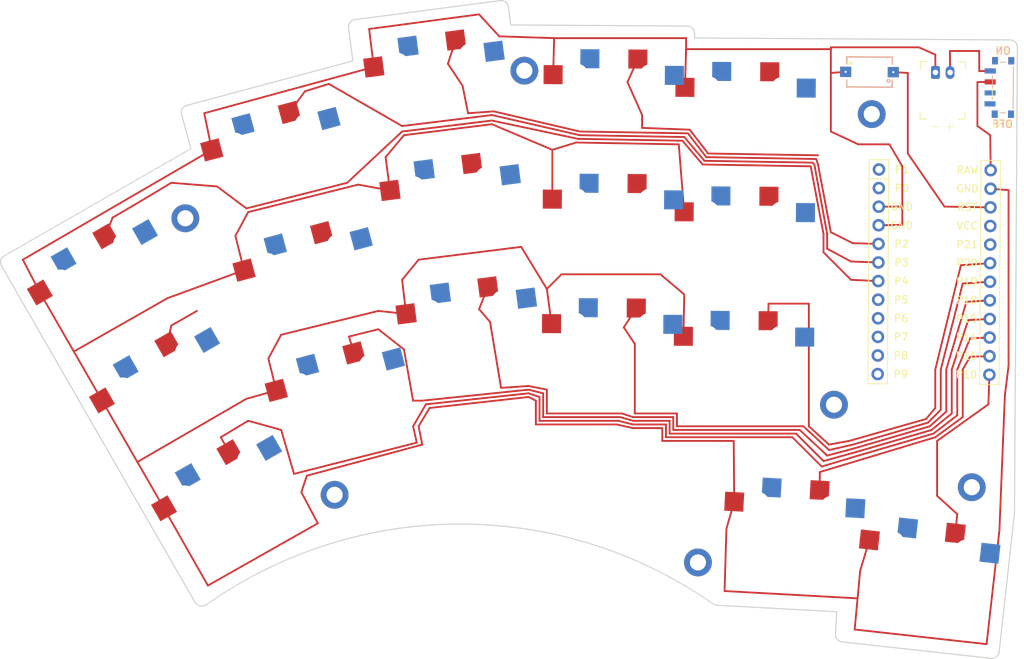
<source format=kicad_pcb>
(kicad_pcb (version 20240108) (generator "pcbnew") (generator_version "8.0")
  (title_block (title "main_pcb") (rev "v1.0.0") (company "Unknown"))
  (layers (0 "F.Cu" signal) (31 "B.Cu" signal) (34 "B.Paste" user) (35 "F.Paste" user) (36 "B.SilkS" user "B.Silkscreen") (37 "F.SilkS" user "F.Silkscreen") (38 "B.Mask" user) (39 "F.Mask" user) (44 "Edge.Cuts" user))
  (net 0 "")
  (net 1 "P14")
  (net 2 "GND")
  (net 3 "P9")
  (net 4 "P4")
  (net 5 "P15")
  (net 6 "P8")
  (net 7 "P3")
  (net 8 "P18")
  (net 9 "P7")
  (net 10 "P2")
  (net 11 "P19")
  (net 12 "P6")
  (net 13 "P1")
  (net 14 "P20")
  (net 15 "P5")
  (net 16 "P0")
  (net 17 "P16")
  (net 18 "P10")
  (net 19 "RAW")
  (net 20 "RST")
  (net 21 "VCC")
  (net 22 "P21")
  (net 23 "PWR_SW")
  (footprint "PG1350" (layer "F.Cu") (at 214.632545 130.017288 -0.36)
    (property "Reference" "S13" (hide yes))
    (property "Value" "" (hide yes))
  )
  (footprint "ceoloide:mcu_supermini_nrf52840" (layer "F.Cu") (at 240.610002 116.180235 -0.36)
    (property "Reference" "MCU1" (hide yes))
    (property "Value" "")
  )
  (footprint "434121025816" (layer "F.Cu") (at 231.77354 90.124199 -0.36)
    (property "Reference" "S18" (hide yes))
    (property "Value" "" (hide yes))
  )
  (footprint "ceoloide:mounting_hole_plated" (layer "F.Cu") (at 226.926337 135.557368 15)
    (property "Reference" "H6" (hide yes))
    (property "Value" "")
  )
  (footprint "ceoloide:mounting_hole_plated" (layer "F.Cu") (at 158.789242 147.86181 15)
    (property "Reference" "H2" (hide yes))
    (property "Value" "")
  )
  (footprint "ceoloide:mounting_hole_plated" (layer "F.Cu") (at 208.368185 157.094432 15)
    (property "Reference" "H4" (hide yes))
    (property "Value" "")
  )
  (footprint "PG1350" (layer "F.Cu") (at 196.749893 111.284558 -0.36)
    (property "Reference" "S11" (hide yes))
    (property "Value" "" (hide yes))
  )
  (footprint "ceoloide:mounting_hole_plated" (layer "F.Cu") (at 245.733108 146.823715 15)
    (property "Reference" "H5" (hide yes))
    (property "Value" "")
  )
  (footprint "PG1350" (layer "F.Cu") (at 239.576445 158.656814 -6.3)
    (property "Reference" "S17" (hide yes))
    (property "Value" "" (hide yes))
  )
  (footprint "ceoloide:power_switch_smd_side" (layer "F.Cu") (at 249.970616 92.238576 -0.36)
    (property "Reference" "PWR1" (hide yes))
    (property "Value" "")
  )
  (footprint "PG1350" (layer "F.Cu") (at 155.394704 118.656317 15)
    (property "Reference" "S5" (hide yes))
    (property "Value" "" (hide yes))
  )
  (footprint "PG1350" (layer "F.Cu") (at 144.55453 148.828983 29.89)
    (property "Reference" "S1" (hide yes))
    (property "Value" "" (hide yes))
  )
  (footprint "PG1350" (layer "F.Cu") (at 127.611094 119.351534 29.89)
    (property "Reference" "S3" (hide yes))
    (property "Value" "" (hide yes))
  )
  (footprint "PG1350" (layer "F.Cu") (at 221.376306 152.989281 -3.1)
    (property "Reference" "S16" (hide yes))
    (property "Value" "" (hide yes))
  )
  (footprint "ceoloide:mounting_hole_plated" (layer "F.Cu") (at 184.679439 89.937201 15)
    (property "Reference" "H3" (hide yes))
    (property "Value" "")
  )
  (footprint "PG1350" (layer "F.Cu") (at 172.827963 92.081504 7.45)
    (property "Reference" "S9" (hide yes))
    (property "Value" "" (hide yes))
  )
  (footprint "PG1350" (layer "F.Cu") (at 159.794628 135.077056 15)
    (property "Reference" "S4" (hide yes))
    (property "Value" "" (hide yes))
  )
  (footprint "PG1350" (layer "F.Cu") (at 177.236439 125.794488 7.45)
    (property "Reference" "S7" (hide yes))
    (property "Value" "" (hide yes))
  )
  (footprint "PG1350" (layer "F.Cu") (at 214.846176 96.017959 -0.36)
    (property "Reference" "S15" (hide yes))
    (property "Value" "" (hide yes))
  )
  (footprint "ceoloide:battery_connector_jst_ph_2" (layer "F.Cu") (at 241.773342 90.187031 -0.36)
    (property "Reference" "JST1" (hide yes))
    (property "Value" "")
  )
  (footprint "PG1350" (layer "F.Cu") (at 196.856709 94.284895 -0.36)
    (property "Reference" "S12" (hide yes))
    (property "Value" "" (hide yes))
  )
  (footprint "PG1350" (layer "F.Cu") (at 136.082811 134.090259 29.89)
    (property "Reference" "S2" (hide yes))
    (property "Value" "" (hide yes))
  )
  (footprint "PG1350" (layer "F.Cu") (at 214.739361 113.017622 -0.36)
    (property "Reference" "S14" (hide yes))
    (property "Value" "" (hide yes))
  )
  (footprint "PG1350" (layer "F.Cu") (at 150.99478 102.235582 15)
    (property "Reference" "S6" (hide yes))
    (property "Value" "" (hide yes))
  )
  (footprint "ceoloide:mounting_hole_plated" (layer "F.Cu") (at 138.420881 110.096716 15)
    (property "Reference" "H1" (hide yes))
    (property "Value" "")
  )
  (footprint "ceoloide:mounting_hole_plated" (layer "F.Cu") (at 232.0804 95.871124 15)
    (property "Reference" "H7" (hide yes))
    (property "Value" "")
  )
  (footprint "PG1350" (layer "F.Cu") (at 196.643081 128.284221 -0.36)
    (property "Reference" "S10" (hide yes))
    (property "Value" "" (hide yes))
  )
  (footprint "PG1350" (layer "F.Cu") (at 175.032203 108.937997 7.45)
    (property "Reference" "S8" (hide yes))
    (property "Value" "" (hide yes))
  )
  (gr_arc (start 210.948909 162.939941) (mid 210.675849 162.88638) (end 210.428119 162.759651) (stroke (width 0.15)) (layer "Edge.Cuts"))
  (gr_line (start 182.503331 81.235427) (end 182.82515 83.696524) (stroke (width 0.15)) (layer "Edge.Cuts"))
  (gr_line (start 138.617923 94.681549) (end 161.280263 88.609194) (stroke (width 0.15)) (layer "Edge.Cuts"))
  (gr_line (start 182.82515 83.696524) (end 206.922483 83.847936) (stroke (width 0.15)) (layer "Edge.Cuts"))
  (gr_line (start 207.912287 85.474181) (end 224.911949 85.580996) (stroke (width 0.15)) (layer "Edge.Cuts"))
  (gr_arc (start 228.021421 167.944926) (mid 227.368488 167.597753) (end 227.132622 166.896884) (stroke (width 0.15)) (layer "Edge.Cuts"))
  (gr_line (start 250.961439 85.744671) (end 224.961946 85.58131) (stroke (width 0.15)) (layer "Edge.Cuts"))
  (gr_line (start 113.340073 116.596889) (end 139.751904 162.547025) (stroke (width 0.15)) (layer "Edge.Cuts"))
  (gr_line (start 161.550942 82.966751) (end 181.382109 80.373536) (stroke (width 0.15)) (layer "Edge.Cuts"))
  (gr_line (start 228.021422 167.944927) (end 248.363843 170.190746) (stroke (width 0.15)) (layer "Edge.Cuts"))
  (gr_arc (start 251.556194 150.243219) (mid 251.558314 150.332324) (end 251.552493 150.421264) (stroke (width 0.15)) (layer "Edge.Cuts"))
  (gr_line (start 227.132622 166.896884) (end 227.298964 163.825426) (stroke (width 0.15)) (layer "Edge.Cuts"))
  (gr_arc (start 160.689046 84.08797) (mid 160.887782 83.348856) (end 161.550942 82.966751) (stroke (width 0.15)) (layer "Edge.Cuts"))
  (gr_arc (start 113.340073 116.596889) (mid 113.24163 115.83788) (end 113.70872 115.23157) (stroke (width 0.15)) (layer "Edge.Cuts"))
  (gr_arc (start 141.3699 162.811718) (mid 141.194023 162.910756) (end 141.001841 162.972459) (stroke (width 0.15)) (layer "Edge.Cuts"))
  (gr_arc (start 141.001841 162.972459) (mid 140.296678 162.995357) (end 139.751904 162.547025) (stroke (width 0.15)) (layer "Edge.Cuts"))
  (gr_arc (start 181.38211 80.373535) (mid 182.12122 80.572271) (end 182.503331 81.235427) (stroke (width 0.15)) (layer "Edge.Cuts"))
  (gr_arc (start 141.3699 162.811719) (mid 175.890768 151.854413) (end 210.428119 162.759651) (stroke (width 0.15)) (layer "Edge.Cuts"))
  (gr_arc (start 250.961439 85.744672) (mid 251.666691 86.042003) (end 251.955134 86.750936) (stroke (width 0.15)) (layer "Edge.Cuts"))
  (gr_line (start 207.916185 84.854198) (end 207.912287 85.474181) (stroke (width 0.15)) (layer "Edge.Cuts"))
  (gr_line (start 139.167903 100.597803) (end 137.910815 95.906296) (stroke (width 0.15)) (layer "Edge.Cuts"))
  (gr_line (start 113.70872 115.23157) (end 139.167903 100.597803) (stroke (width 0.15)) (layer "Edge.Cuts"))
  (gr_line (start 251.556194 150.243219) (end 251.955134 86.750936) (stroke (width 0.15)) (layer "Edge.Cuts"))
  (gr_line (start 227.298964 163.825426) (end 210.948909 162.939941) (stroke (width 0.15)) (layer "Edge.Cuts"))
  (gr_arc (start 137.910815 95.906296) (mid 138.010714 95.147474) (end 138.617923 94.681549) (stroke (width 0.15)) (layer "Edge.Cuts"))
  (gr_arc (start 224.936948 85.581466) (mid 224.949447 85.58131) (end 224.961946 85.58131) (stroke (width 0.15)) (layer "Edge.Cuts"))
  (gr_arc (start 206.922482 83.847936) (mid 207.627734 84.145266) (end 207.916185 84.854198) (stroke (width 0.15)) (layer "Edge.Cuts"))
  (gr_arc (start 224.911949 85.580996) (mid 224.92445 85.581153) (end 224.936948 85.581466) (stroke (width 0.15)) (layer "Edge.Cuts"))
  (gr_line (start 249.467586 169.306077) (end 251.552444 150.421709) (stroke (width 0.15)) (layer "Edge.Cuts"))
  (gr_arc (start 249.467538 169.306525) (mid 249.098819 169.977219) (end 248.363843 170.190746) (stroke (width 0.15)) (layer "Edge.Cuts"))
  (gr_line (start 161.280263 88.609194) (end 160.689045 84.08797) (stroke (width 0.15)) (layer "Edge.Cuts"))
  (segment (start 151.5 139) (end 153.25 145) (width 0.25) (layer "F.Cu") (net 1))
  (segment (start 243.75 130.75) (end 243.75 137) (width 0.25) (layer "F.Cu") (net 1))
  (segment (start 221.25 140) (end 225.25 144) (width 0.25) (layer "F.Cu") (net 1))
  (segment (start 248.166015 126.387911) (end 245.5 126.5) (width 0.25) (layer "F.Cu") (net 1))
  (segment (start 143.25 140) (end 147 137.75) (width 0.25) (layer "F.Cu") (net 1))
  (segment (start 147 137.75) (end 151.5 139) (width 0.25) (layer "F.Cu") (net 1))
  (segment (start 144.428799 142.038381) (end 143.25 140) (width 0.25) (layer "F.Cu") (net 1))
  (segment (start 204 138.25) (end 204 140) (width 0.25) (layer "F.Cu") (net 1))
  (segment (start 225.25 144) (end 230.25 142.5) (width 0.25) (layer "F.Cu") (net 1))
  (segment (start 243.75 137) (end 240.5 139.5) (width 0.25) (layer "F.Cu") (net 1))
  (segment (start 199.5 138.25) (end 204 138.25) (width 0.25) (layer "F.Cu") (net 1))
  (segment (start 204 140) (end 221.25 140) (width 0.25) (layer "F.Cu") (net 1))
  (segment (start 186.75 134.5) (end 186.75 137.75) (width 0.25) (layer "F.Cu") (net 1))
  (segment (start 169.5 138.5) (end 171.25 135.5) (width 0.25) (layer "F.Cu") (net 1))
  (segment (start 186.75 137.75) (end 197.5 137.75) (width 0.25) (layer "F.Cu") (net 1))
  (segment (start 185.25 134) (end 186.75 134.5) (width 0.25) (layer "F.Cu") (net 1))
  (segment (start 197.5 137.75) (end 199.5 138.25) (width 0.25) (layer "F.Cu") (net 1))
  (segment (start 245.5 126.5) (end 243.75 130.75) (width 0.25) (layer "F.Cu") (net 1))
  (segment (start 171.25 135.5) (end 185.25 134) (width 0.25) (layer "F.Cu") (net 1))
  (segment (start 153.25 145) (end 169.996551 140.737217) (width 0.25) (layer "F.Cu") (net 1))
  (segment (start 169.996551 140.737217) (end 169.5 138.5) (width 0.25) (layer "F.Cu") (net 1))
  (segment (start 240.5 139.5) (end 230.25 142.5) (width 0.25) (layer "F.Cu") (net 1))
  (segment (start 226.5 87) (end 226.5 86.75) (width 0.25) (layer "F.Cu") (net 2))
  (segment (start 230.25 100) (end 234.5 100) (width 0.25) (layer "F.Cu") (net 2))
  (segment (start 206.5 120.5) (end 206.381272 126.215369) (width 0.25) (layer "F.Cu") (net 2))
  (segment (start 166.34083 106.292598) (end 165.75 101.75) (width 0.25) (layer "F.Cu") (net 2))
  (segment (start 206.75 85.5) (end 206.75 87) (width 0.25) (layer "F.Cu") (net 2))
  (segment (start 205.75 100) (end 206.488088 109.215703) (width 0.25) (layer "F.Cu") (net 2))
  (segment (start 236.25 108.5) (end 236.25 108.75) (width 0.25) (layer "F.Cu") (net 2))
  (segment (start 135.511475 149.701528) (end 141.5 160.25) (width 0.25) (layer "F.Cu") (net 2))
  (segment (start 226.5 90.25) (end 226.5 98.25) (width 0.25) (layer "F.Cu") (net 2))
  (segment (start 164.13659 89.436105) (end 163.5 84.25) (width 0.25) (layer "F.Cu") (net 2))
  (segment (start 226.5 98.25) (end 230.25 100) (width 0.25) (layer "F.Cu") (net 2))
  (segment (start 118.568039 120.224079) (end 116.25 115.75) (width 0.25) (layer "F.Cu") (net 2))
  (segment (start 149.75 129.25) (end 151.5 126) (width 0.25) (layer "F.Cu") (net 2))
  (segment (start 230.5 158.25) (end 231.762922 154.021409) (width 0.25) (layer "F.Cu") (net 2))
  (segment (start 156.5 151.75) (end 154.25 147.5) (width 0.25) (layer "F.Cu") (net 2))
  (segment (start 131.875019 143.374981) (end 132.787509 144.962491) (width 0.25) (layer "F.Cu") (net 2))
  (segment (start 203.5 140.5) (end 213.25 140.5) (width 0.25) (layer "F.Cu") (net 2))
  (segment (start 136 121) (end 123.206364 128.293636) (width 0.25) (layer "F.Cu") (net 2))
  (segment (start 116.25 115.75) (end 142.03117 100.755087) (width 0.25) (layer "F.Cu") (net 2))
  (segment (start 150.831018 133.596561) (end 149.75 129.25) (width 0.25) (layer "F.Cu") (net 2))
  (segment (start 250.75 106.25) (end 250.75 130.25) (width 0.25) (layer "F.Cu") (net 2))
  (segment (start 230.148437 162) (end 230.5 158.25) (width 0.25) (layer "F.Cu") (net 2))
  (segment (start 203.5 138.75) (end 203.5 140.5) (width 0.25) (layer "F.Cu") (net 2))
  (segment (start 187.75 119.75) (end 188.391808 124.482302) (width 0.25) (layer "F.Cu") (net 2))
  (segment (start 127.039756 134.962804) (end 131.875019 143.374981) (width 0.25) (layer "F.Cu") (net 2))
  (segment (start 168.25 98.75) (end 180.25 97.25) (width 0.25) (layer "F.Cu") (net 2))
  (segment (start 187.75 119.75) (end 189.75 117.75) (width 0.25) (layer "F.Cu") (net 2))
  (segment (start 165.75 101.75) (end 168.25 98.75) (width 0.25) (layer "F.Cu") (net 2))
  (segment (start 234.5 100) (end 236.25 103) (width 0.25) (layer "F.Cu") (net 2))
  (segment (start 247.75 168.25) (end 229.75 166.25) (width 0.25) (layer "F.Cu") (net 2))
  (segment (start 168.545066 123.149089) (end 168 118.5) (width 0.25) (layer "F.Cu") (net 2))
  (segment (start 230.148437 162) (end 212 161) (width 0.25) (layer "F.Cu") (net 2))
  (segment (start 203.25 117.75) (end 206.5 120.5) (width 0.25) (layer "F.Cu") (net 2))
  (segment (start 146.431094 117.175822) (end 136 121) (width 0.25) (layer "F.Cu") (net 2))
  (segment (start 180.25 97.25) (end 188.5 100.75) (width 0.25) (layer "F.Cu") (net 2))
  (segment (start 226.5 90.25) (end 226.5 87) (width 0.25) (layer "F.Cu") (net 2))
  (segment (start 186.25 135) (end 186.25 138.25) (width 0.25) (layer "F.Cu") (net 2))
  (segment (start 131.875019 143.374981) (end 146.75 134.75) (width 0.25) (layer "F.Cu") (net 2))
  (segment (start 186.25 138.25) (end 197.25 138.25) (width 0.25) (layer "F.Cu") (net 2))
  (segment (start 250.25 134.25) (end 249.5 152.75) (width 0.25) (layer "F.Cu") (net 2))
  (segment (start 188.5 100.75) (end 188.49862 107.482639) (width 0.25) (layer "F.Cu") (net 2))
  (segment (start 191.75 99.75) (end 205.75 100) (width 0.25) (layer "F.Cu") (net 2))
  (segment (start 168 118.5) (end 170.25 115.75) (width 0.25) (layer "F.Cu") (net 2))
  (segment (start 184.25 114) (end 187.75 119.75) (width 0.25) (layer "F.Cu") (net 2))
  (segment (start 163.5 84.25) (end 178.5 82.25) (width 0.25) (layer "F.Cu") (net 2))
  (segment (start 170.25 115.75) (end 184.25 114) (width 0.25) (layer "F.Cu") (net 2))
  (segment (start 145.25 112.5) (end 147 109.25) (width 0.25) (layer "F.Cu") (net 2))
  (segment (start 154.25 147.5) (end 155 145.25) (width 0.25) (layer "F.Cu") (net 2))
  (segment (start 178.5 82.25) (end 181.25 85.25) (width 0.25) (layer "F.Cu") (net 2))
  (segment (start 171.75 136) (end 185.25 134.5) (width 0.25) (layer "F.Cu") (net 2))
  (segment (start 185.25 134.5) (end 186.25 135) (width 0.25) (layer "F.Cu") (net 2))
  (segment (start 147 109.25) (end 162 105.5) (width 0.25) (layer "F.Cu") (net 2))
  (segment (start 188.5 100.75) (end 191.75 99.75) (width 0.25) (layer "F.Cu") (net 2))
  (segment (start 141.5 160.25) (end 156.5 151.75) (width 0.25) (layer "F.Cu") (net 2))
  (segment (start 146.75 134.75) (end 150.831018 133.596561) (width 0.25) (layer "F.Cu") (net 2))
  (segment (start 226.5 86.75) (end 238.5 86.75) (width 0.25) (layer "F.Cu") (net 2))
  (segment (start 236.25 103) (end 236.25 108.75) (width 0.25) (layer "F.Cu") (net 2))
  (segment (start 206.594903 92.21604) (end 206.75 87) (width 0.25) (layer "F.Cu") (net 2))
  (segment (start 164.75 122.75) (end 168.545066 123.149089) (width 0.25) (layer "F.Cu") (net 2))
  (segment (start 123.206364 128.293636) (end 124.757597 130.992403) (width 0.25) (layer "F.Cu") (net 2))
  (segment (start 142.03117 100.755087) (end 141 95.75) (width 0.25) (layer "F.Cu") (net 2))
  (segment (start 248.293688 106.068312) (end 250.75 106.25) (width 0.25) (layer "F.Cu") (net 2))
  (segment (start 249.5 152.75) (end 247.75 168.25) (width 0.25) (layer "F.Cu") (net 2))
  (segment (start 189.75 117.75) (end 203.25 117.75) (width 0.25) (layer "F.Cu") (net 2))
  (segment (start 146.431094 117.175822) (end 145.25 112.5) (width 0.25) (layer "F.Cu") (net 2))
  (segment (start 229.75 166.25) (end 230.148437 162) (width 0.25) (layer "F.Cu") (net 2))
  (segment (start 170.75 141) (end 170.25 138.5) (width 0.25) (layer "F.Cu") (net 2))
  (segment (start 188.75 85.5) (end 206.75 85.5) (width 0.25) (layer "F.Cu") (net 2))
  (segment (start 188.605436 90.482976) (end 188.75 85.5) (width 0.25) (layer "F.Cu") (net 2))
  (segment (start 236.25 108.75) (end 236.25 111) (width 0.25) (layer "F.Cu") (net 2))
  (segment (start 170.25 138.5) (end 171.75 136) (width 0.25) (layer "F.Cu") (net 2))
  (segment (start 162 105.5) (end 166.34083 106.292598) (width 0.25) (layer "F.Cu") (net 2))
  (segment (start 124.757597 130.992403) (end 127.039756 134.962804) (width 0.25) (layer "F.Cu") (net 2))
  (segment (start 228.523601 90.103778) (end 226.5 90.25) (width 0.25) (layer "F.Cu") (net 2))
  (segment (start 181.25 85.25) (end 188.75 85.5) (width 0.25) (layer "F.Cu") (net 2))
  (segment (start 206.75 87) (end 226.5 87) (width 0.25) (layer "F.Cu") (net 2))
  (segment (start 141 95.75) (end 164.13659 89.436105) (width 0.25) (layer "F.Cu") (net 2))
  (segment (start 212.25 152.5) (end 213.316211 148.797264) (width 0.25) (layer "F.Cu") (net 2))
  (segment (start 236.25 108.5) (end 233.038027 108.512509) (width 0.25) (layer "F.Cu") (net 2))
  (segment (start 212 161) (end 212.25 152.5) (width 0.25) (layer "F.Cu") (net 2))
  (segment (start 132.787509 144.962491) (end 135.511475 149.701528) (width 0.25) (layer "F.Cu") (net 2))
  (segment (start 199.5 138.75) (end 203.5 138.75) (width 0.25) (layer "F.Cu") (net 2))
  (segment (start 236.25 111) (end 233.02207 111.05246) (width 0.25) (layer "F.Cu") (net 2))
  (segment (start 213.25 140.5) (end 213.316211 148.797264) (width 0.25) (layer "F.Cu") (net 2))
  (segment (start 197.25 138.25) (end 199.5 138.75) (width 0.25) (layer "F.Cu") (net 2))
  (segment (start 155 145.25) (end 170.75 141) (width 0.25) (layer "F.Cu") (net 2))
  (segment (start 151.5 126) (end 164.75 122.75) (width 0.25) (layer "F.Cu") (net 2))
  (segment (start 250.75 130.25) (end 250.25 134.25) (width 0.25) (layer "F.Cu") (net 2))
  (segment (start 118.568039 120.224079) (end 123.206364 128.293636) (width 0.25) (layer "F.Cu") (net 2))
  (segment (start 238.5 86.75) (end 240.75 87.75) (width 0.25) (layer "F.Cu") (net 2))
  (segment (start 240.75 87.75) (end 240.773364 90.180747) (width 0.25) (layer "F.Cu") (net 2))
  (segment (start 135.95708 127.299657) (end 136.5 124.75) (width 0.25) (layer "F.Cu") (net 3))
  (segment (start 136.5 124.75) (end 140 122.75) (width 0.25) (layer "F.Cu") (net 3))
  (segment (start 229.25 118.5) (end 232.974196 118.672306) (width 0.25) (layer "F.Cu") (net 4))
  (segment (start 146.75 108.75) (end 160.5 105.25) (width 0.25) (layer "F.Cu") (net 4))
  (segment (start 142.75 105.75) (end 146.75 108.75) (width 0.25) (layer "F.Cu") (net 4))
  (segment (start 131.5 108.25) (end 136.5 105.25) (width 0.25) (layer "F.Cu") (net 4))
  (segment (start 209 102.75) (end 223.75 103) (width 0.25) (layer "F.Cu") (net 4))
  (segment (start 160.5 105.25) (end 168 98.25) (width 0.25) (layer "F.Cu") (net 4))
  (segment (start 206.25 99.5) (end 209 102.75) (width 0.25) (layer "F.Cu") (net 4))
  (segment (start 128.5 110) (end 131.5 108.25) (width 0.25) (layer "F.Cu") (net 4))
  (segment (start 225.5 112.25) (end 225.5 114.75) (width 0.25) (layer "F.Cu") (net 4))
  (segment (start 127.485363 112.560932) (end 128.5 110) (width 0.25) (layer "F.Cu") (net 4))
  (segment (start 205.75 99.5) (end 206.25 99.5) (width 0.25) (layer "F.Cu") (net 4))
  (segment (start 225.5 114.75) (end 229.25 118.5) (width 0.25) (layer "F.Cu") (net 4))
  (segment (start 168 98.25) (end 180.25 96.75) (width 0.25) (layer "F.Cu") (net 4))
  (segment (start 136.5 105.25) (end 142.75 105.75) (width 0.25) (layer "F.Cu") (net 4))
  (segment (start 223.75 103) (end 225.5 112.25) (width 0.25) (layer "F.Cu") (net 4))
  (segment (start 192 99.25) (end 205.75 99.5) (width 0.25) (layer "F.Cu") (net 4))
  (segment (start 180.25 96.75) (end 192 99.25) (width 0.25) (layer "F.Cu") (net 4))
  (segment (start 187.25 134) (end 187.25 137.25) (width 0.25) (layer "F.Cu") (net 5))
  (segment (start 199.5 137.75) (end 204.5 137.75) (width 0.25) (layer "F.Cu") (net 5))
  (segment (start 230 142) (end 240.25 139) (width 0.25) (layer "F.Cu") (net 5))
  (segment (start 204.5 139.5) (end 221.75 139.5) (width 0.25) (layer "F.Cu") (net 5))
  (segment (start 243 130.75) (end 245.25 124) (width 0.25) (layer "F.Cu") (net 5))
  (segment (start 204.5 137.75) (end 204.5 139.5) (width 0.25) (layer "F.Cu") (net 5))
  (segment (start 240.25 139) (end 243 136.75) (width 0.25) (layer "F.Cu") (net 5))
  (segment (start 170.75 135) (end 185.25 133.5) (width 0.25) (layer "F.Cu") (net 5))
  (segment (start 225.5 143.25) (end 230 142) (width 0.25) (layer "F.Cu") (net 5))
  (segment (start 164.75 125.25) (end 168.25 128) (width 0.25) (layer "F.Cu") (net 5))
  (segment (start 161.418062 128.482162) (end 160.75 126.25) (width 0.25) (layer "F.Cu") (net 5))
  (segment (start 169.5 135) (end 170.75 135) (width 0.25) (layer "F.Cu") (net 5))
  (segment (start 245.25 124) (end 248.181977 123.847961) (width 0.25) (layer "F.Cu") (net 5))
  (segment (start 160.75 126.25) (end 164.75 125.25) (width 0.25) (layer "F.Cu") (net 5))
  (segment (start 243 136.75) (end 243 130.75) (width 0.25) (layer "F.Cu") (net 5))
  (segment (start 185.25 133.5) (end 187.25 134) (width 0.25) (layer "F.Cu") (net 5))
  (segment (start 168.25 128) (end 169.5 135) (width 0.25) (layer "F.Cu") (net 5))
  (segment (start 187.25 137.25) (end 197.75 137.25) (width 0.25) (layer "F.Cu") (net 5))
  (segment (start 197.75 137.25) (end 199.5 137.75) (width 0.25) (layer "F.Cu") (net 5))
  (segment (start 221.75 139.5) (end 225.5 143.25) (width 0.25) (layer "F.Cu") (net 5))
  (segment (start 180.25 96) (end 192.25 98.75) (width 0.25) (layer "F.Cu") (net 7))
  (segment (start 192.25 98.75) (end 206.5 99) (width 0.25) (layer "F.Cu") (net 7))
  (segment (start 224 102.5) (end 224.25 102.75) (width 0.25) (layer "F.Cu") (net 7))
  (segment (start 154.75 92.75) (end 158 91.75) (width 0.25) (layer "F.Cu") (net 7))
  (segment (start 209.25 102.25) (end 224 102.5) (width 0.25) (layer "F.Cu") (net 7))
  (segment (start 206.5 99) (end 209.25 102.25) (width 0.25) (layer "F.Cu") (net 7))
  (segment (start 224.25 102.75) (end 226 112.25) (width 0.25) (layer "F.Cu") (net 7))
  (segment (start 152.618214 95.640688) (end 154.75 92.75) (width 0.25) (layer "F.Cu") (net 7))
  (segment (start 226 112.25) (end 226 114.25) (width 0.25) (layer "F.Cu") (net 7))
  (segment (start 226 114.25) (end 229.25 116) (width 0.25) (layer "F.Cu") (net 7))
  (segment (start 168 97.5) (end 180.25 96) (width 0.25) (layer "F.Cu") (net 7))
  (segment (start 158 91.75) (end 168 97.5) (width 0.25) (layer "F.Cu") (net 7))
  (segment (start 229.25 116) (end 232.990154 116.13236) (width 0.25) (layer "F.Cu") (net 7))
  (segment (start 187.75 133.5) (end 187.75 136.75) (width 0.25) (layer "F.Cu") (net 8))
  (segment (start 232 140.841463) (end 240 138.5) (width 0.25) (layer "F.Cu") (net 8))
  (segment (start 229.75 141.5) (end 232 140.841463) (width 0.25) (layer "F.Cu") (net 8))
  (segment (start 242.25 130.75) (end 245 121.5) (width 0.25) (layer "F.Cu") (net 8))
  (segment (start 178.5 122.5) (end 180 124.25) (width 0.25) (layer "F.Cu") (net 8))
  (segment (start 181.5 133.25) (end 185.25 133) (width 0.25) (layer "F.Cu") (net 8))
  (segment (start 205 137.25) (end 205 139) (width 0.25) (layer "F.Cu") (net 8))
  (segment (start 179.712311 119.470076) (end 178.5 122.5) (width 0.25) (layer "F.Cu") (net 8))
  (segment (start 205 139) (end 222.25 139) (width 0.25) (layer "F.Cu") (net 8))
  (segment (start 180 124.25) (end 181.5 133.25) (width 0.25) (layer "F.Cu") (net 8))
  (segment (start 240 138.5) (end 242.25 136.5) (width 0.25) (layer "F.Cu") (net 8))
  (segment (start 198 136.75) (end 199.5 137.25) (width 0.25) (layer "F.Cu") (net 8))
  (segment (start 222.25 139) (end 226 142.5) (width 0.25) (layer "F.Cu") (net 8))
  (segment (start 199.5 137.25) (end 205 137.25) (width 0.25) (layer "F.Cu") (net 8))
  (segment (start 226 142.5) (end 229.75 141.5) (width 0.25) (layer "F.Cu") (net 8))
  (segment (start 185.25 133) (end 187.75 133.5) (width 0.25) (layer "F.Cu") (net 8))
  (segment (start 245 121.5) (end 248.197934 121.30801) (width 0.25) (layer "F.Cu") (net 8))
  (segment (start 187.75 136.75) (end 198 136.75) (width 0.25) (layer "F.Cu") (net 8))
  (segment (start 242.25 136.5) (end 242.25 130.75) (width 0.25) (layer "F.Cu") (net 8))
  (segment (start 209.5 101.75) (end 224.5 102) (width 0.25) (layer "F.Cu") (net 10))
  (segment (start 175.303835 85.757092) (end 174.25 89) (width 0.25) (layer "F.Cu") (net 10))
  (segment (start 224.5 102) (end 224.75 102.75) (width 0.25) (layer "F.Cu") (net 10))
  (segment (start 192.25 98.25) (end 207 98.5) (width 0.25) (layer "F.Cu") (net 10))
  (segment (start 207 98.5) (end 209.5 101.75) (width 0.25) (layer "F.Cu") (net 10))
  (segment (start 180.5 95.5) (end 192.25 98.25) (width 0.25) (layer "F.Cu") (net 10))
  (segment (start 224.75 102.75) (end 226.5 112) (width 0.25) (layer "F.Cu") (net 10))
  (segment (start 176.25 92) (end 177 95.75) (width 0.25) (layer "F.Cu") (net 10))
  (segment (start 226.5 112) (end 229.5 113.5) (width 0.25) (layer "F.Cu") (net 10))
  (segment (start 174.25 89) (end 176.25 92) (width 0.25) (layer "F.Cu") (net 10))
  (segment (start 229.5 113.5) (end 233.006109 113.592409) (width 0.25) (layer "F.Cu") (net 10))
  (segment (start 177 95.75) (end 180.5 95.5) (width 0.25) (layer "F.Cu") (net 10))
  (segment (start 222.75 138.5) (end 226 141.5) (width 0.25) (layer "F.Cu") (net 11))
  (segment (start 244.5 119) (end 241.5 130.75) (width 0.25) (layer "F.Cu") (net 11))
  (segment (start 241.5 130.75) (end 241.5 136.25) (width 0.25) (layer "F.Cu") (net 11))
  (segment (start 199.955403 122.354915) (end 198.25 125) (width 0.25) (layer "F.Cu") (net 11))
  (segment (start 205.5 138.5) (end 222.75 138.5) (width 0.25) (layer "F.Cu") (net 11))
  (segment (start 205.5 136.75) (end 205.5 138.5) (width 0.25) (layer "F.Cu") (net 11))
  (segment (start 199.75 127.25) (end 199.75 136.75) (width 0.25) (layer "F.Cu") (net 11))
  (segment (start 241.5 136.25) (end 239.75 138) (width 0.25) (layer "F.Cu") (net 11))
  (segment (start 198.25 125) (end 199.75 127.25) (width 0.25) (layer "F.Cu") (net 11))
  (segment (start 199.75 136.75) (end 205.5 136.75) (width 0.25) (layer "F.Cu") (net 11))
  (segment (start 226.25 141.75) (end 226 141.5) (width 0.25) (layer "F.Cu") (net 11))
  (segment (start 229.5 141) (end 226.25 141.75) (width 0.25) (layer "F.Cu") (net 11))
  (segment (start 239.75 138) (end 229.5 141) (width 0.25) (layer "F.Cu") (net 11))
  (segment (start 248.213895 118.768061) (end 244.5 119) (width 0.25) (layer "F.Cu") (net 11))
  (segment (start 240.75 130.75) (end 240.75 136) (width 0.25) (layer "F.Cu") (net 14))
  (segment (start 240.75 136) (end 239.5 137.5) (width 0.25) (layer "F.Cu") (net 14))
  (segment (start 218 121.75) (end 223.5 121.75) (width 0.25) (layer "F.Cu") (net 14))
  (segment (start 248.22985 116.22811) (end 244.25 116.5) (width 0.25) (layer "F.Cu") (net 14))
  (segment (start 244.25 116.5) (end 240.75 130.75) (width 0.25) (layer "F.Cu") (net 14))
  (segment (start 239.5 137.5) (end 229 140.5) (width 0.25) (layer "F.Cu") (net 14))
  (segment (start 217.944867 124.087982) (end 218 121.75) (width 0.25) (layer "F.Cu") (net 14))
  (segment (start 223.5 138.5) (end 226.25 141) (width 0.25) (layer "F.Cu") (net 14))
  (segment (start 223.5 121.75) (end 223.5 138.5) (width 0.25) (layer "F.Cu") (net 14))
  (segment (start 226.25 141) (end 229 140.5) (width 0.25) (layer "F.Cu") (net 14))
  (segment (start 200.75 97.75) (end 207.25 98) (width 0.25) (layer "F.Cu") (net 16))
  (segment (start 209.75 101.25) (end 224.75 101.5) (width 0.25) (layer "F.Cu") (net 16))
  (segment (start 200.75 96) (end 200.75 97.75) (width 0.25) (layer "F.Cu") (net 16))
  (segment (start 198.75 91.5) (end 200.75 96) (width 0.25) (layer "F.Cu") (net 16))
  (segment (start 207.25 98) (end 209.75 101.25) (width 0.25) (layer "F.Cu") (net 16))
  (segment (start 200.169031 88.355589) (end 198.75 91.5) (width 0.25) (layer "F.Cu") (net 16))
  (segment (start 225 144.75) (end 240.75 140) (width 0.25) (layer "F.Cu") (net 17))
  (segment (start 224.968285 147.225094) (end 225 144.75) (width 0.25) (layer "F.Cu") (net 17))
  (segment (start 245.5 129) (end 248.150054 128.927861) (width 0.25) (layer "F.Cu") (net 17))
  (segment (start 244.5 130.75) (end 245.5 129) (width 0.25) (layer "F.Cu") (net 17))
  (segment (start 244.5 137.25) (end 244.5 130.75) (width 0.25) (layer "F.Cu") (net 17))
  (segment (start 240.75 140) (end 244.5 137.25) (width 0.25) (layer "F.Cu") (net 17))
  (segment (start 243.75 150.5) (end 241 148) (width 0.25) (layer "F.Cu") (net 18))
  (segment (start 243.484586 153.102129) (end 243.75 150.5) (width 0.25) (layer "F.Cu") (net 18))
  (segment (start 241 148) (end 241 140.5) (width 0.25) (layer "F.Cu") (net 18))
  (segment (start 248 135.5) (end 248.134096 131.467809) (width 0.25) (layer "F.Cu") (net 18))
  (segment (start 241 140.5) (end 248 135.5) (width 0.25) (layer "F.Cu") (net 18))
  (segment (start 246.5 91.5) (end 246.5 97.5) (width 0.25) (layer "F.Cu") (net 19))
  (segment (start 246.5 97.5) (end 248.25 98.75) (width 0.25) (layer "F.Cu") (net 19))
  (segment (start 248.25 98.75) (end 248.309646 103.528363) (width 0.25) (layer "F.Cu") (net 19))
  (segment (start 248.240361 91.477692) (end 246.5 91.5) (width 0.25) (layer "F.Cu") (net 19))
  (segment (start 235.023479 90.14462) (end 237 90.25) (width 0.25) (layer "F.Cu") (net 20))
  (segment (start 242 108.5) (end 248.277728 108.60826) (width 0.25) (layer "F.Cu") (net 20))
  (segment (start 237 101.25) (end 242 108.5) (width 0.25) (layer "F.Cu") (net 20))
  (segment (start 237 90.25) (end 237 101.25) (width 0.25) (layer "F.Cu") (net 20))
  (segment (start 248.249789 89.977718) (end 246.75 90) (width 0.25) (layer "F.Cu") (net 23))
  (segment (start 246.75 87.25) (end 242.75 87.25) (width 0.25) (layer "F.Cu") (net 23))
  (segment (start 246.75 90) (end 246.75 87.25) (width 0.25) (layer "F.Cu") (net 23))
  (segment (start 242.75 87.25) (end 242.77332 90.193315) (width 0.25) (layer "F.Cu") (net 23))
)
</source>
